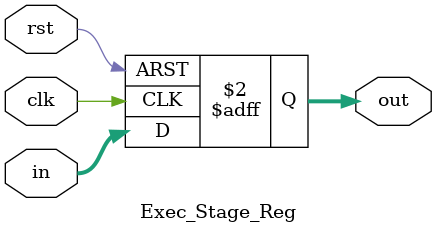
<source format=v>
module Exec_Stage_Reg #(parameter N = 32)(clk, rst, in, out);
    input clk, rst;
    input [N-1:0]in;
    output reg [N-1:0] out;
    always @(posedge clk,posedge rst) begin
        if (rst)
            out <= {N{1'b0}};
        else
            out <= in;
    end
endmodule
</source>
